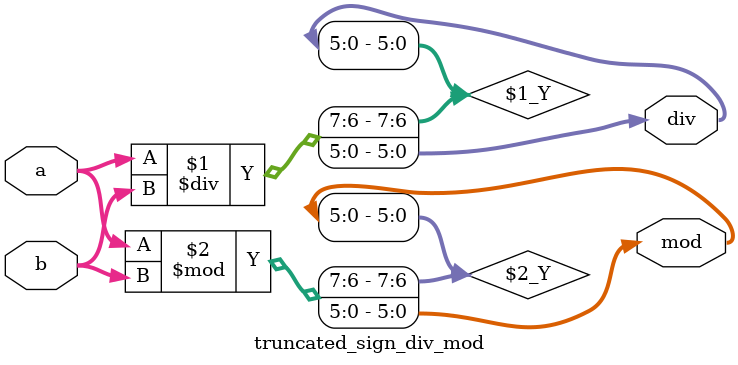
<source format=v>

module truncated_sign_div_mod(
  input signed [7:0] a,
  input signed [7:0] b,
  output signed [5:0] div,
  output signed [5:0] mod
);

  assign div = a/b;
  assign mod = a%b;

endmodule


</source>
